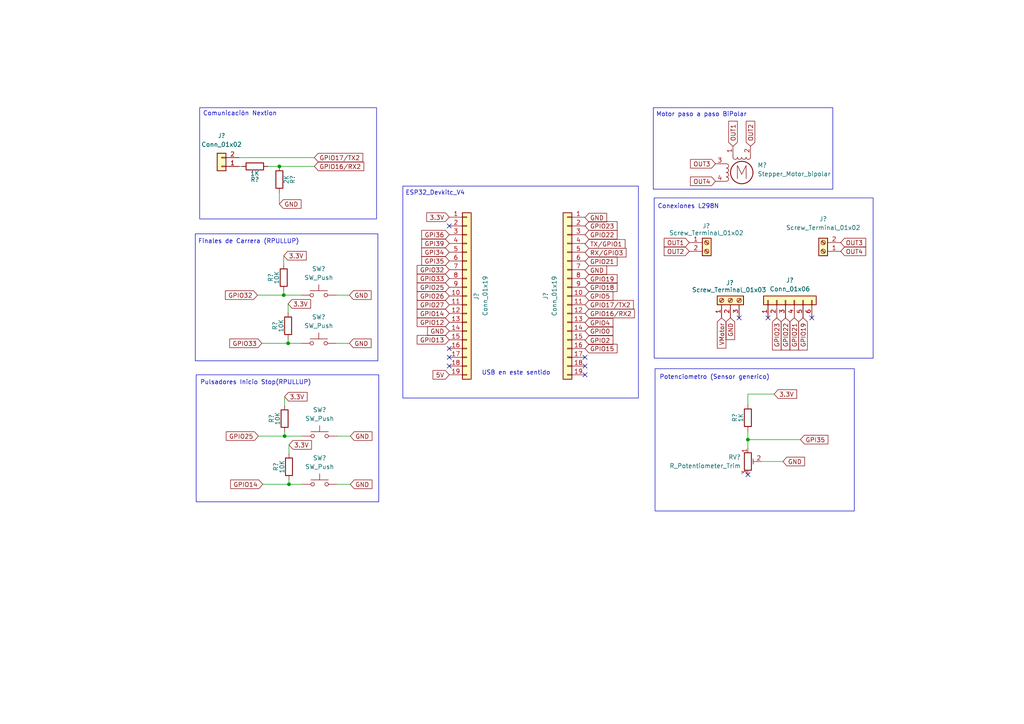
<source format=kicad_sch>
(kicad_sch (version 20231120) (generator "eeschema") (generator_version "8.0")
  (paper "A4")
  (lib_symbols
    (symbol "Connector:Screw_Terminal_01x02" (pin_names (offset 1.016) hide)
      (property "Reference" "J" (at 0 2.54 0))
      (property "Value" "Screw_Terminal_01x02" (at 0 -5.08 0))
      (symbol "Screw_Terminal_01x02_1_1"
        (rectangle (start -1.27 1.27) (end 1.27 -3.81) (stroke (width 0.254)) (fill (type background)))
        (circle (center 0 -2.54) (radius 0.635) (stroke (width 0.1524)))
        (polyline (pts (xy -0.5334 -2.2098) (xy 0.3302 -3.048)) (stroke (width 0.1524)))
        (polyline (pts (xy -0.5334 0.3302) (xy 0.3302 -0.508)) (stroke (width 0.1524)))
        (polyline (pts (xy -0.3556 -2.032) (xy 0.508 -2.8702)) (stroke (width 0.1524)))
        (polyline (pts (xy -0.3556 0.508) (xy 0.508 -0.3302)) (stroke (width 0.1524)))
        (circle (center 0 0) (radius 0.635) (stroke (width 0.1524)))
        (pin passive line (at -5.08 0 0) (length 3.81) (name "Pin_1") (number "1"))
        (pin passive line (at -5.08 -2.54 0) (length 3.81) (name "Pin_2") (number "2"))
      )
    )
    (symbol "Connector:Screw_Terminal_01x03" (pin_names (offset 1.016) hide)
      (property "Reference" "J" (at 0 5.08 0))
      (property "Value" "Screw_Terminal_01x03" (at 0 -5.08 0))
      (symbol "Screw_Terminal_01x03_1_1"
        (rectangle (start -1.27 3.81) (end 1.27 -3.81) (stroke (width 0.254)) (fill (type background)))
        (circle (center 0 -2.54) (radius 0.635) (stroke (width 0.1524)))
        (polyline (pts (xy -0.5334 -2.2098) (xy 0.3302 -3.048)) (stroke (width 0.1524)))
        (polyline (pts (xy -0.5334 0.3302) (xy 0.3302 -0.508)) (stroke (width 0.1524)))
        (polyline (pts (xy -0.5334 2.8702) (xy 0.3302 2.032)) (stroke (width 0.1524)))
        (polyline (pts (xy -0.3556 -2.032) (xy 0.508 -2.8702)) (stroke (width 0.1524)))
        (polyline (pts (xy -0.3556 0.508) (xy 0.508 -0.3302)) (stroke (width 0.1524)))
        (polyline (pts (xy -0.3556 3.048) (xy 0.508 2.2098)) (stroke (width 0.1524)))
        (circle (center 0 0) (radius 0.635) (stroke (width 0.1524)))
        (circle (center 0 2.54) (radius 0.635) (stroke (width 0.1524)))
        (pin passive line (at -5.08 2.54 0) (length 3.81) (name "Pin_1") (number "1"))
        (pin passive line (at -5.08 0 0) (length 3.81) (name "Pin_2") (number "2"))
        (pin passive line (at -5.08 -2.54 0) (length 3.81) (name "Pin_3") (number "3"))
      )
    )
    (symbol "Connector_Generic:Conn_01x02" (pin_names (offset 1.016) hide)
      (property "Reference" "J" (at 0 2.54 0))
      (property "Value" "Conn_01x02" (at 0 -5.08 0))
      (symbol "Conn_01x02_1_1"
        (rectangle (start -1.27 -2.413) (end 0 -2.667) (stroke (width 0.1524)))
        (rectangle (start -1.27 0.127) (end 0 -0.127) (stroke (width 0.1524)))
        (rectangle (start -1.27 1.27) (end 1.27 -3.81) (stroke (width 0.254)) (fill (type background)))
        (pin passive line (at -5.08 0 0) (length 3.81) (name "Pin_1") (number "1"))
        (pin passive line (at -5.08 -2.54 0) (length 3.81) (name "Pin_2") (number "2"))
      )
    )
    (symbol "Connector_Generic:Conn_01x06" (pin_names (offset 1.016) hide)
      (property "Reference" "J" (at 0 7.62 0))
      (property "Value" "Conn_01x06" (at 0 -10.16 0))
      (symbol "Conn_01x06_1_1"
        (rectangle (start -1.27 -7.493) (end 0 -7.747) (stroke (width 0.1524)))
        (rectangle (start -1.27 -4.953) (end 0 -5.207) (stroke (width 0.1524)))
        (rectangle (start -1.27 -2.413) (end 0 -2.667) (stroke (width 0.1524)))
        (rectangle (start -1.27 0.127) (end 0 -0.127) (stroke (width 0.1524)))
        (rectangle (start -1.27 2.667) (end 0 2.413) (stroke (width 0.1524)))
        (rectangle (start -1.27 5.207) (end 0 4.953) (stroke (width 0.1524)))
        (rectangle (start -1.27 6.35) (end 1.27 -8.89) (stroke (width 0.254)) (fill (type background)))
        (pin passive line (at -5.08 5.08 0) (length 3.81) (name "Pin_1") (number "1"))
        (pin passive line (at -5.08 2.54 0) (length 3.81) (name "Pin_2") (number "2"))
        (pin passive line (at -5.08 0 0) (length 3.81) (name "Pin_3") (number "3"))
        (pin passive line (at -5.08 -2.54 0) (length 3.81) (name "Pin_4") (number "4"))
        (pin passive line (at -5.08 -5.08 0) (length 3.81) (name "Pin_5") (number "5"))
        (pin passive line (at -5.08 -7.62 0) (length 3.81) (name "Pin_6") (number "6"))
      )
    )
    (symbol "Connector_Generic:Conn_01x19" (pin_names (offset 1.016) hide)
      (property "Reference" "J" (at 0 25.4 0))
      (property "Value" "Conn_01x19" (at 0 -25.4 0))
      (symbol "Conn_01x19_1_1"
        (rectangle (start -1.27 -22.733) (end 0 -22.987) (stroke (width 0.1524)))
        (rectangle (start -1.27 -20.193) (end 0 -20.447) (stroke (width 0.1524)))
        (rectangle (start -1.27 -17.653) (end 0 -17.907) (stroke (width 0.1524)))
        (rectangle (start -1.27 -15.113) (end 0 -15.367) (stroke (width 0.1524)))
        (rectangle (start -1.27 -12.573) (end 0 -12.827) (stroke (width 0.1524)))
        (rectangle (start -1.27 -10.033) (end 0 -10.287) (stroke (width 0.1524)))
        (rectangle (start -1.27 -7.493) (end 0 -7.747) (stroke (width 0.1524)))
        (rectangle (start -1.27 -4.953) (end 0 -5.207) (stroke (width 0.1524)))
        (rectangle (start -1.27 -2.413) (end 0 -2.667) (stroke (width 0.1524)))
        (rectangle (start -1.27 0.127) (end 0 -0.127) (stroke (width 0.1524)))
        (rectangle (start -1.27 2.667) (end 0 2.413) (stroke (width 0.1524)))
        (rectangle (start -1.27 5.207) (end 0 4.953) (stroke (width 0.1524)))
        (rectangle (start -1.27 7.747) (end 0 7.493) (stroke (width 0.1524)))
        (rectangle (start -1.27 10.287) (end 0 10.033) (stroke (width 0.1524)))
        (rectangle (start -1.27 12.827) (end 0 12.573) (stroke (width 0.1524)))
        (rectangle (start -1.27 15.367) (end 0 15.113) (stroke (width 0.1524)))
        (rectangle (start -1.27 17.907) (end 0 17.653) (stroke (width 0.1524)))
        (rectangle (start -1.27 20.447) (end 0 20.193) (stroke (width 0.1524)))
        (rectangle (start -1.27 22.987) (end 0 22.733) (stroke (width 0.1524)))
        (rectangle (start -1.27 24.13) (end 1.27 -24.13) (stroke (width 0.254)) (fill (type background)))
        (pin passive line (at -5.08 22.86 0) (length 3.81) (name "Pin_1") (number "1"))
        (pin passive line (at -5.08 0 0) (length 3.81) (name "Pin_10") (number "10"))
        (pin passive line (at -5.08 -2.54 0) (length 3.81) (name "Pin_11") (number "11"))
        (pin passive line (at -5.08 -5.08 0) (length 3.81) (name "Pin_12") (number "12"))
        (pin passive line (at -5.08 -7.62 0) (length 3.81) (name "Pin_13") (number "13"))
        (pin passive line (at -5.08 -10.16 0) (length 3.81) (name "Pin_14") (number "14"))
        (pin passive line (at -5.08 -12.7 0) (length 3.81) (name "Pin_15") (number "15"))
        (pin passive line (at -5.08 -15.24 0) (length 3.81) (name "Pin_16") (number "16"))
        (pin passive line (at -5.08 -17.78 0) (length 3.81) (name "Pin_17") (number "17"))
        (pin passive line (at -5.08 -20.32 0) (length 3.81) (name "Pin_18") (number "18"))
        (pin passive line (at -5.08 -22.86 0) (length 3.81) (name "Pin_19") (number "19"))
        (pin passive line (at -5.08 20.32 0) (length 3.81) (name "Pin_2") (number "2"))
        (pin passive line (at -5.08 17.78 0) (length 3.81) (name "Pin_3") (number "3"))
        (pin passive line (at -5.08 15.24 0) (length 3.81) (name "Pin_4") (number "4"))
        (pin passive line (at -5.08 12.7 0) (length 3.81) (name "Pin_5") (number "5"))
        (pin passive line (at -5.08 10.16 0) (length 3.81) (name "Pin_6") (number "6"))
        (pin passive line (at -5.08 7.62 0) (length 3.81) (name "Pin_7") (number "7"))
        (pin passive line (at -5.08 5.08 0) (length 3.81) (name "Pin_8") (number "8"))
        (pin passive line (at -5.08 2.54 0) (length 3.81) (name "Pin_9") (number "9"))
      )
    )
    (symbol "Device:R" (pin_numbers hide) (pin_names (offset 0))
      (property "Reference" "R" (at 2.032 0 90))
      (property "Value" "R" (at 0 0 90))
      (symbol "R_0_1"
        (rectangle (start -1.016 -2.54) (end 1.016 2.54) (stroke (width 0.254)))
      )
      (symbol "R_1_1"
        (pin passive line (at 0 3.81 270) (length 1.27) (name "~") (number "1"))
        (pin passive line (at 0 -3.81 90) (length 1.27) (name "~") (number "2"))
      )
    )
    (symbol "Device:R_Potentiometer_Trim" (pin_names (offset 1.016) hide)
      (property "Reference" "RV" (at -4.445 0 90))
      (property "Value" "R_Potentiometer_Trim" (at -2.54 0 90))
      (symbol "R_Potentiometer_Trim_0_1"
        (polyline (pts (xy 1.524 0.762) (xy 1.524 -0.762)))
        (polyline (pts (xy 2.54 0) (xy 1.524 0)))
        (rectangle (start 1.016 2.54) (end -1.016 -2.54) (stroke (width 0.254)))
      )
      (symbol "R_Potentiometer_Trim_1_1"
        (pin passive line (at 0 3.81 270) (length 1.27) (name "1") (number "1"))
        (pin passive line (at 3.81 0 180) (length 1.27) (name "2") (number "2"))
        (pin passive line (at 0 -3.81 90) (length 1.27) (name "3") (number "3"))
      )
    )
    (symbol "Motor:Stepper_Motor_bipolar" (pin_names (offset 0) hide)
      (property "Reference" "M" (at 3.81 2.54 0))
      (property "Value" "Stepper_Motor_bipolar" (at 3.81 1.27 0))
      (symbol "Stepper_Motor_bipolar_0_0"
        (polyline (pts (xy -1.27 -1.778) (xy -1.27 2.032) (xy 0 -0.508) (xy 1.27 2.032) (xy 1.27 -1.778)))
      )
      (symbol "Stepper_Motor_bipolar_0_1"
        (arc (start -4.445 -2.54) (mid -3.8127 -1.905) (end -4.445 -1.27))
        (arc (start -4.445 -1.27) (mid -3.8127 -0.635) (end -4.445 0))
        (arc (start -4.445 0) (mid -3.8127 0.635) (end -4.445 1.27))
        (arc (start -4.445 1.27) (mid -3.8127 1.905) (end -4.445 2.54))
        (arc (start -2.54 4.445) (mid -1.905 3.8127) (end -1.27 4.445))
        (arc (start -1.27 4.445) (mid -0.635 3.8127) (end 0 4.445))
        (polyline (pts (xy -5.08 -2.54) (xy -4.445 -2.54)))
        (polyline (pts (xy -5.08 2.54) (xy -4.445 2.54)))
        (polyline (pts (xy -2.54 5.08) (xy -2.54 4.445)))
        (polyline (pts (xy 2.54 5.08) (xy 2.54 4.445)))
        (circle (center 0 0) (radius 3.2512) (stroke (width 0.254)))
        (arc (start 0 4.445) (mid 0.635 3.8127) (end 1.27 4.445))
        (arc (start 1.27 4.445) (mid 1.905 3.8127) (end 2.54 4.445))
      )
      (symbol "Stepper_Motor_bipolar_1_1"
        (pin passive line (at -2.54 7.62 270) (length 2.54) (name "~") (number "1"))
        (pin passive line (at 2.54 7.62 270) (length 2.54) (name "-") (number "2"))
        (pin passive line (at -7.62 2.54 0) (length 2.54) (name "~") (number "3"))
        (pin passive line (at -7.62 -2.54 0) (length 2.54) (name "~") (number "4"))
      )
    )
    (symbol "Switch:SW_Push" (pin_numbers hide) (pin_names (offset 1.016) hide)
      (property "Reference" "SW" (at 1.27 2.54 0))
      (property "Value" "SW_Push" (at 0 -1.524 0))
      (symbol "SW_Push_0_1"
        (circle (center -2.032 0) (radius 0.508))
        (polyline (pts (xy 0 1.27) (xy 0 3.048)))
        (polyline (pts (xy 2.54 1.27) (xy -2.54 1.27)))
        (circle (center 2.032 0) (radius 0.508))
        (pin passive line (at -5.08 0 0) (length 2.54) (name "1") (number "1"))
        (pin passive line (at 5.08 0 180) (length 2.54) (name "2") (number "2"))
      )
    )
  )
  (junction (at 81.026 48.26))
  (junction (at 216.916 127.508))
  (junction (at 83.566 99.568))
  (junction (at 83.82 140.462))
  (junction (at 82.296 85.598))
  (junction (at 82.55 126.492))
  (no_connect (at 222.758 92.202))
  (no_connect (at 169.672 106.172))
  (no_connect (at 235.458 92.202))
  (no_connect (at 130.302 65.532))
  (no_connect (at 130.302 101.092))
  (no_connect (at 130.302 106.172))
  (no_connect (at 169.672 103.632))
  (no_connect (at 216.916 137.668))
  (no_connect (at 169.672 108.712))
  (no_connect (at 130.302 103.632))
  (no_connect (at 214.376 92.202))
  (wire (pts (xy 216.916 127.508) (xy 216.916 130.048)))
  (wire (pts (xy 220.726 133.858) (xy 227.076 133.858)))
  (wire (pts (xy 82.55 115.062) (xy 82.55 117.602)))
  (wire (pts (xy 169.672 75.692) (xy 169.672 75.819)))
  (wire (pts (xy 169.672 62.992) (xy 169.672 63.119)))
  (wire (pts (xy 82.55 125.222) (xy 82.55 126.492)))
  (wire (pts (xy 83.566 99.568) (xy 87.376 99.568)))
  (wire (pts (xy 224.536 114.3) (xy 216.916 114.3)))
  (wire (pts (xy 69.342 45.72) (xy 91.186 45.72)))
  (wire (pts (xy 74.676 85.598) (xy 82.296 85.598)))
  (wire (pts (xy 75.946 99.568) (xy 83.566 99.568)))
  (wire (pts (xy 82.296 74.168) (xy 82.296 76.708)))
  (wire (pts (xy 216.916 114.3) (xy 216.916 117.348)))
  (wire (pts (xy 216.916 127.508) (xy 232.156 127.508)))
  (wire (pts (xy 81.026 55.88) (xy 81.026 59.182)))
  (wire (pts (xy 82.296 85.598) (xy 87.376 85.598)))
  (wire (pts (xy 169.672 73.152) (xy 169.672 73.279)))
  (wire (pts (xy 97.536 99.568) (xy 101.346 99.568)))
  (wire (pts (xy 169.672 70.612) (xy 169.672 70.739)))
  (wire (pts (xy 82.296 84.328) (xy 82.296 85.598)))
  (wire (pts (xy 83.566 98.298) (xy 83.566 99.568)))
  (wire (pts (xy 169.672 78.232) (xy 169.672 78.359)))
  (wire (pts (xy 91.186 48.26) (xy 81.026 48.26)))
  (wire (pts (xy 82.55 126.492) (xy 87.63 126.492)))
  (wire (pts (xy 216.916 124.968) (xy 216.916 127.508)))
  (wire (pts (xy 169.672 98.552) (xy 169.672 98.679)))
  (wire (pts (xy 97.79 126.492) (xy 101.6 126.492)))
  (wire (pts (xy 169.672 93.472) (xy 169.672 93.599)))
  (wire (pts (xy 169.672 80.772) (xy 169.672 80.899)))
  (wire (pts (xy 97.536 85.598) (xy 101.346 85.598)))
  (wire (pts (xy 70.104 48.26) (xy 69.342 48.26)))
  (wire (pts (xy 74.93 126.492) (xy 82.55 126.492)))
  (wire (pts (xy 97.79 140.462) (xy 101.6 140.462)))
  (wire (pts (xy 83.566 88.138) (xy 83.566 90.678)))
  (wire (pts (xy 83.82 129.032) (xy 83.82 131.572)))
  (wire (pts (xy 83.82 140.462) (xy 87.63 140.462)))
  (wire (pts (xy 76.2 140.462) (xy 83.82 140.462)))
  (wire (pts (xy 83.82 139.192) (xy 83.82 140.462)))
  (wire (pts (xy 81.026 48.26) (xy 77.724 48.26)))
  (rectangle (start 189.484 31.242) (end 241.554 54.864))
  (rectangle (start 189.992 106.934) (end 247.777 148.209))
  (rectangle (start 56.896 108.712) (end 109.855 145.542))
  (rectangle (start 189.738 57.404) (end 253.238 103.886))
  (rectangle (start 56.642 67.818) (end 109.601 104.648))
  (rectangle (start 57.912 31.242) (end 109.22 63.5))
  (rectangle (start 116.84 53.975) (end 185.166 115.443))
  (text "Conexiones L298N" (at 199.644 59.944 0) (effects (font (size 1.27 1.27))))
  (text "Pulsadores Inicio Stop(RPULLUP)" (at 74.168 110.998 0) (effects (font (size 1.27 1.27))))
  (text "USB en este sentido" (at 139.7 108.966 0) (effects (font (size 1.27 1.27)) (justify left bottom)))
  (text "Comunicación Nextion" (at 69.596 33.02 0) (effects (font (size 1.27 1.27))))
  (text "Finales de Carrera (RPULLUP)" (at 72.136 70.104 0) (effects (font (size 1.27 1.27))))
  (text "Potenciometro (Sensor generico)" (at 207.264 109.474 0) (effects (font (size 1.27 1.27))))
  (text "ESP32_Devkitc_V4" (at 117.602 56.769 0) (effects (font (size 1.27 1.27)) (justify left bottom)))
  (text "Motor paso a paso BiPolar" (at 203.454 33.274 0) (effects (font (size 1.27 1.27))))
  (global_label "GPIO22" (shape input) (at 169.672 68.072 0) (property "Intersheetrefs" "${INTERSHEET_REFS}" (effects (hide yes))))
  (global_label "OUT3" (shape input) (at 243.84 70.358 0) (property "Intersheetrefs" "${INTERSHEET_REFS}" (effects (hide yes))))
  (global_label "GPIO26" (shape input) (at 130.302 85.852 180) (property "Intersheetrefs" "${INTERSHEET_REFS}" (effects (hide yes))))
  (global_label "GPIO5" (shape input) (at 169.672 85.852 0) (property "Intersheetrefs" "${INTERSHEET_REFS}" (effects (hide yes))))
  (global_label "5V" (shape input) (at 130.302 108.712 180) (property "Intersheetrefs" "${INTERSHEET_REFS}" (effects (hide yes))))
  (global_label "TX{slash}GPIO1" (shape input) (at 169.672 70.739 0) (property "Intersheetrefs" "${INTERSHEET_REFS}" (effects (hide yes))))
  (global_label "3.3V" (shape input) (at 82.296 74.168 0) (property "Intersheetrefs" "${INTERSHEET_REFS}" (effects (hide yes))))
  (global_label "GPIO25" (shape input) (at 74.93 126.492 180) (property "Intersheetrefs" "${INTERSHEET_REFS}" (effects (hide yes))))
  (global_label "GPIO33" (shape input) (at 75.946 99.568 180) (property "Intersheetrefs" "${INTERSHEET_REFS}" (effects (hide yes))))
  (global_label "OUT4" (shape input) (at 243.84 72.898 0) (property "Intersheetrefs" "${INTERSHEET_REFS}" (effects (hide yes))))
  (global_label "GPIO21" (shape input) (at 169.672 75.819 0) (property "Intersheetrefs" "${INTERSHEET_REFS}" (effects (hide yes))))
  (global_label "GPIO16{slash}RX2" (shape input) (at 169.672 90.932 0) (property "Intersheetrefs" "${INTERSHEET_REFS}" (effects (hide yes))))
  (global_label "OUT1" (shape input) (at 212.598 42.418 90) (property "Intersheetrefs" "${INTERSHEET_REFS}" (effects (hide yes))))
  (global_label "GPIO18" (shape input) (at 169.672 83.312 0) (property "Intersheetrefs" "${INTERSHEET_REFS}" (effects (hide yes))))
  (global_label "GPI39" (shape input) (at 130.302 70.612 180) (property "Intersheetrefs" "${INTERSHEET_REFS}" (effects (hide yes))))
  (global_label "GPIO23" (shape input) (at 225.298 92.202 270) (property "Intersheetrefs" "${INTERSHEET_REFS}" (effects (hide yes))))
  (global_label "GPIO14" (shape input) (at 130.302 90.932 180) (property "Intersheetrefs" "${INTERSHEET_REFS}" (effects (hide yes))))
  (global_label "3.3V" (shape input) (at 82.55 115.062 0) (property "Intersheetrefs" "${INTERSHEET_REFS}" (effects (hide yes))))
  (global_label "GPIO23" (shape input) (at 169.672 65.532 0) (property "Intersheetrefs" "${INTERSHEET_REFS}" (effects (hide yes))))
  (global_label "GND" (shape input) (at 169.672 78.359 0) (property "Intersheetrefs" "${INTERSHEET_REFS}" (effects (hide yes))))
  (global_label "GND" (shape input) (at 101.346 85.598 0) (property "Intersheetrefs" "${INTERSHEET_REFS}" (effects (hide yes))))
  (global_label "GPIO33" (shape input) (at 130.302 80.772 180) (property "Intersheetrefs" "${INTERSHEET_REFS}" (effects (hide yes))))
  (global_label "VMotor" (shape input) (at 209.296 92.202 270) (property "Intersheetrefs" "${INTERSHEET_REFS}" (effects (hide yes))))
  (global_label "OUT2" (shape input) (at 217.678 42.418 90) (property "Intersheetrefs" "${INTERSHEET_REFS}" (effects (hide yes))))
  (global_label "GPI34" (shape input) (at 130.302 73.152 180) (property "Intersheetrefs" "${INTERSHEET_REFS}" (effects (hide yes))))
  (global_label "GPIO32" (shape input) (at 130.302 78.232 180) (property "Intersheetrefs" "${INTERSHEET_REFS}" (effects (hide yes))))
  (global_label "GND" (shape input) (at 101.6 140.462 0) (property "Intersheetrefs" "${INTERSHEET_REFS}" (effects (hide yes))))
  (global_label "GPI36" (shape input) (at 130.302 68.072 180) (property "Intersheetrefs" "${INTERSHEET_REFS}" (effects (hide yes))))
  (global_label "GPIO25" (shape input) (at 130.302 83.312 180) (property "Intersheetrefs" "${INTERSHEET_REFS}" (effects (hide yes))))
  (global_label "GPIO17{slash}TX2" (shape input) (at 169.672 88.392 0) (property "Intersheetrefs" "${INTERSHEET_REFS}" (effects (hide yes))))
  (global_label "GPIO17{slash}TX2" (shape input) (at 91.186 45.72 0) (property "Intersheetrefs" "${INTERSHEET_REFS}" (effects (hide yes))))
  (global_label "OUT3" (shape input) (at 207.518 47.498 180) (property "Intersheetrefs" "${INTERSHEET_REFS}" (effects (hide yes))))
  (global_label "GND" (shape input) (at 81.026 59.182 0) (property "Intersheetrefs" "${INTERSHEET_REFS}" (effects (hide yes))))
  (global_label "GPIO27" (shape input) (at 130.302 88.392 180) (property "Intersheetrefs" "${INTERSHEET_REFS}" (effects (hide yes))))
  (global_label "GND" (shape input) (at 101.6 126.492 0) (property "Intersheetrefs" "${INTERSHEET_REFS}" (effects (hide yes))))
  (global_label "OUT2" (shape input) (at 199.898 72.898 180) (property "Intersheetrefs" "${INTERSHEET_REFS}" (effects (hide yes))))
  (global_label "3.3V" (shape input) (at 224.536 114.3 0) (property "Intersheetrefs" "${INTERSHEET_REFS}" (effects (hide yes))))
  (global_label "3.3V" (shape input) (at 83.82 129.032 0) (property "Intersheetrefs" "${INTERSHEET_REFS}" (effects (hide yes))))
  (global_label "GPIO4" (shape input) (at 169.672 93.599 0) (property "Intersheetrefs" "${INTERSHEET_REFS}" (effects (hide yes))))
  (global_label "GND" (shape input) (at 101.346 99.568 0) (property "Intersheetrefs" "${INTERSHEET_REFS}" (effects (hide yes))))
  (global_label "GPIO21" (shape input) (at 230.378 92.202 270) (property "Intersheetrefs" "${INTERSHEET_REFS}" (effects (hide yes))))
  (global_label "GPIO14" (shape input) (at 76.2 140.462 180) (property "Intersheetrefs" "${INTERSHEET_REFS}" (effects (hide yes))))
  (global_label "OUT4" (shape input) (at 207.518 52.578 180) (property "Intersheetrefs" "${INTERSHEET_REFS}" (effects (hide yes))))
  (global_label "GND" (shape input) (at 130.302 96.012 180) (property "Intersheetrefs" "${INTERSHEET_REFS}" (effects (hide yes))))
  (global_label "3.3V" (shape input) (at 83.566 88.138 0) (property "Intersheetrefs" "${INTERSHEET_REFS}" (effects (hide yes))))
  (global_label "GPIO13" (shape input) (at 130.302 98.552 180) (property "Intersheetrefs" "${INTERSHEET_REFS}" (effects (hide yes))))
  (global_label "GPIO19" (shape input) (at 232.918 92.202 270) (property "Intersheetrefs" "${INTERSHEET_REFS}" (effects (hide yes))))
  (global_label "GND" (shape input) (at 169.672 63.119 0) (property "Intersheetrefs" "${INTERSHEET_REFS}" (effects (hide yes))))
  (global_label "GND" (shape input) (at 211.836 92.202 270) (property "Intersheetrefs" "${INTERSHEET_REFS}" (effects (hide yes))))
  (global_label "GPI35" (shape input) (at 232.156 127.508 0) (property "Intersheetrefs" "${INTERSHEET_REFS}" (effects (hide yes))))
  (global_label "GPIO32" (shape input) (at 74.676 85.598 180) (property "Intersheetrefs" "${INTERSHEET_REFS}" (effects (hide yes))))
  (global_label "OUT1" (shape input) (at 199.898 70.358 180) (property "Intersheetrefs" "${INTERSHEET_REFS}" (effects (hide yes))))
  (global_label "GPI35" (shape input) (at 130.302 75.692 180) (property "Intersheetrefs" "${INTERSHEET_REFS}" (effects (hide yes))))
  (global_label "GPIO2" (shape input) (at 169.672 98.679 0) (property "Intersheetrefs" "${INTERSHEET_REFS}" (effects (hide yes))))
  (global_label "GPIO15" (shape input) (at 169.672 101.092 0) (property "Intersheetrefs" "${INTERSHEET_REFS}" (effects (hide yes))))
  (global_label "GPIO0" (shape input) (at 169.672 96.012 0) (property "Intersheetrefs" "${INTERSHEET_REFS}" (effects (hide yes))))
  (global_label "3.3V" (shape input) (at 130.302 62.992 180) (property "Intersheetrefs" "${INTERSHEET_REFS}" (effects (hide yes))))
  (global_label "RX{slash}GPIO3" (shape input) (at 169.672 73.279 0) (property "Intersheetrefs" "${INTERSHEET_REFS}" (effects (hide yes))))
  (global_label "GPIO19" (shape input) (at 169.672 80.899 0) (property "Intersheetrefs" "${INTERSHEET_REFS}" (effects (hide yes))))
  (global_label "GND" (shape input) (at 227.076 133.858 0) (property "Intersheetrefs" "${INTERSHEET_REFS}" (effects (hide yes))))
  (global_label "GPIO16{slash}RX2" (shape input) (at 91.186 48.26 0) (property "Intersheetrefs" "${INTERSHEET_REFS}" (effects (hide yes))))
  (global_label "GPIO22" (shape input) (at 227.838 92.202 270) (property "Intersheetrefs" "${INTERSHEET_REFS}" (effects (hide yes))))
  (global_label "GPIO12" (shape input) (at 130.302 93.472 180) (property "Intersheetrefs" "${INTERSHEET_REFS}" (effects (hide yes))))
  (symbol (lib_id "Switch:SW_Push") (at 92.71 126.492 0) (unit 1)
    (property "Reference" "SW?" (at 92.71 118.872 0))
    (property "Value" "SW_Push" (at 92.71 121.412 0))
    (property "Description" "Push button switch, generic, two pins" (effects (hide yes)))
  )
  (symbol (lib_id "Motor:Stepper_Motor_bipolar") (at 215.138 50.038 0) (unit 1)
    (property "Reference" "M?" (at 219.71 47.917 0) (effects (justify left)))
    (property "Value" "Stepper_Motor_bipolar" (at 219.71 50.457 0) (effects (justify left)))
    (property "Datasheet" "http://www.infineon.com/dgdl/Application-Note-TLE8110EE_driving_UniPolarStepperMotor_V1.1.pdf?fileId=db3a30431be39b97011be5d0aa0a00b0" (effects (hide yes)))
    (property "Description" "4-wire bipolar stepper motor" (effects (hide yes)))
  )
  (symbol (lib_id "Switch:SW_Push") (at 92.456 85.598 0) (unit 1)
    (property "Reference" "SW?" (at 92.456 77.978 0))
    (property "Value" "SW_Push" (at 92.456 80.518 0))
    (property "Description" "Push button switch, generic, two pins" (effects (hide yes)))
  )
  (symbol (lib_id "Device:R") (at 82.296 80.518 180) (unit 1)
    (property "Reference" "R?" (at 78.486 80.518 90))
    (property "Value" "10K" (at 80.264 80.518 90))
    (property "Description" "Resistor" (effects (hide yes)))
  )
  (symbol (lib_id "Device:R") (at 83.82 135.382 180) (unit 1)
    (property "Reference" "R?" (at 80.01 135.382 90))
    (property "Value" "10K" (at 81.788 135.382 90))
    (property "Description" "Resistor" (effects (hide yes)))
  )
  (symbol (lib_id "Device:R") (at 73.914 48.26 270) (unit 1)
    (property "Reference" "R?" (at 73.914 52.07 90))
    (property "Value" "1K" (at 73.914 50.292 90))
    (property "Description" "Resistor" (effects (hide yes)))
  )
  (symbol (lib_id "Switch:SW_Push") (at 92.71 140.462 0) (unit 1)
    (property "Reference" "SW?" (at 92.71 132.842 0))
    (property "Value" "SW_Push" (at 92.71 135.382 0))
    (property "Description" "Push button switch, generic, two pins" (effects (hide yes)))
  )
  (symbol (lib_id "Connector:Screw_Terminal_01x03") (at 211.836 87.122 90) (unit 1)
    (property "Reference" "J?" (at 210.566 82.042 90) (effects (justify right)))
    (property "Value" "Screw_Terminal_01x03" (at 200.66 84.074 90) (effects (justify right)))
    (property "Description" "Generic screw terminal, single row, 01x03, script generated (kicad-library-utils/schlib/autogen/connector/)" (effects (hide yes)))
  )
  (symbol (lib_id "Connector_Generic:Conn_01x19") (at 164.592 85.852 0) (mirror y) (unit 1)
    (property "Reference" "J?" (at 158.242 85.852 90))
    (property "Value" "Conn_01x19" (at 160.782 85.852 90))
    (property "Footprint" "Connector_PinSocket_2.54mm:PinSocket_1x19_P2.54mm_Vertical" (effects (hide yes)))
  )
  (symbol (lib_id "Connector_Generic:Conn_01x02") (at 64.262 48.26 180) (unit 1)
    (property "Reference" "J?" (at 64.262 39.37 0))
    (property "Value" "Conn_01x02" (at 64.262 41.91 0))
    (property "Description" "Generic connector, single row, 01x02, script generated (kicad-library-utils/schlib/autogen/connector/)" (effects (hide yes)))
  )
  (symbol (lib_id "Device:R_Potentiometer_Trim") (at 216.916 133.858 0) (unit 1)
    (property "Reference" "RV?" (at 214.884 132.5879 0) (effects (justify right)))
    (property "Value" "R_Potentiometer_Trim" (at 214.884 135.1279 0) (effects (justify right)))
    (property "Description" "Trim-potentiometer" (effects (hide yes)))
  )
  (symbol (lib_id "Switch:SW_Push") (at 92.456 99.568 0) (unit 1)
    (property "Reference" "SW?" (at 92.456 91.948 0))
    (property "Value" "SW_Push" (at 92.456 94.488 0))
    (property "Description" "Push button switch, generic, two pins" (effects (hide yes)))
  )
  (symbol (lib_id "Connector:Screw_Terminal_01x02") (at 238.76 72.898 180) (unit 1)
    (property "Reference" "J?" (at 238.76 63.5 0))
    (property "Value" "Screw_Terminal_01x02" (at 238.76 66.04 0))
    (property "Description" "Generic screw terminal, single row, 01x02, script generated (kicad-library-utils/schlib/autogen/connector/)" (effects (hide yes)))
  )
  (symbol (lib_id "Connector_Generic:Conn_01x06") (at 227.838 87.122 90) (unit 1)
    (property "Reference" "J?" (at 229.108 81.28 90))
    (property "Value" "Conn_01x06" (at 229.108 83.82 90))
    (property "Description" "Generic connector, single row, 01x06, script generated (kicad-library-utils/schlib/autogen/connector/)" (effects (hide yes)))
  )
  (symbol (lib_id "Device:R") (at 82.55 121.412 180) (unit 1)
    (property "Reference" "R?" (at 78.74 121.412 90))
    (property "Value" "10K" (at 80.518 121.412 90))
    (property "Description" "Resistor" (effects (hide yes)))
  )
  (symbol (lib_id "Device:R") (at 83.566 94.488 180) (unit 1)
    (property "Reference" "R?" (at 79.756 94.488 90))
    (property "Value" "10K" (at 81.534 94.488 90))
    (property "Description" "Resistor" (effects (hide yes)))
  )
  (symbol (lib_id "Connector:Screw_Terminal_01x02") (at 204.978 70.358 0) (unit 1)
    (property "Reference" "J?" (at 203.708 65.532 0) (effects (justify left)))
    (property "Value" "Screw_Terminal_01x02" (at 194.056 67.564 0) (effects (justify left)))
    (property "Description" "Generic screw terminal, single row, 01x02, script generated (kicad-library-utils/schlib/autogen/connector/)" (effects (hide yes)))
  )
  (symbol (lib_id "Device:R") (at 81.026 52.07 0) (unit 1)
    (property "Reference" "R?" (at 84.836 52.07 90))
    (property "Value" "2K" (at 83.058 52.07 90))
    (property "Description" "Resistor" (effects (hide yes)))
  )
  (symbol (lib_id "Connector_Generic:Conn_01x19") (at 135.382 85.852 0) (unit 1)
    (property "Reference" "J?" (at 138.176 87.122 90) (effects (justify left)))
    (property "Value" "Conn_01x19" (at 140.716 91.694 90) (effects (justify left)))
    (property "Footprint" "Connector_PinSocket_2.54mm:PinSocket_1x19_P2.54mm_Vertical" (effects (hide yes)))
  )
  (symbol (lib_id "Device:R") (at 216.916 121.158 180) (unit 1)
    (property "Reference" "R?" (at 213.106 121.158 90))
    (property "Value" "1K" (at 214.884 121.158 90))
    (property "Description" "Resistor" (effects (hide yes)))
  )
)
</source>
